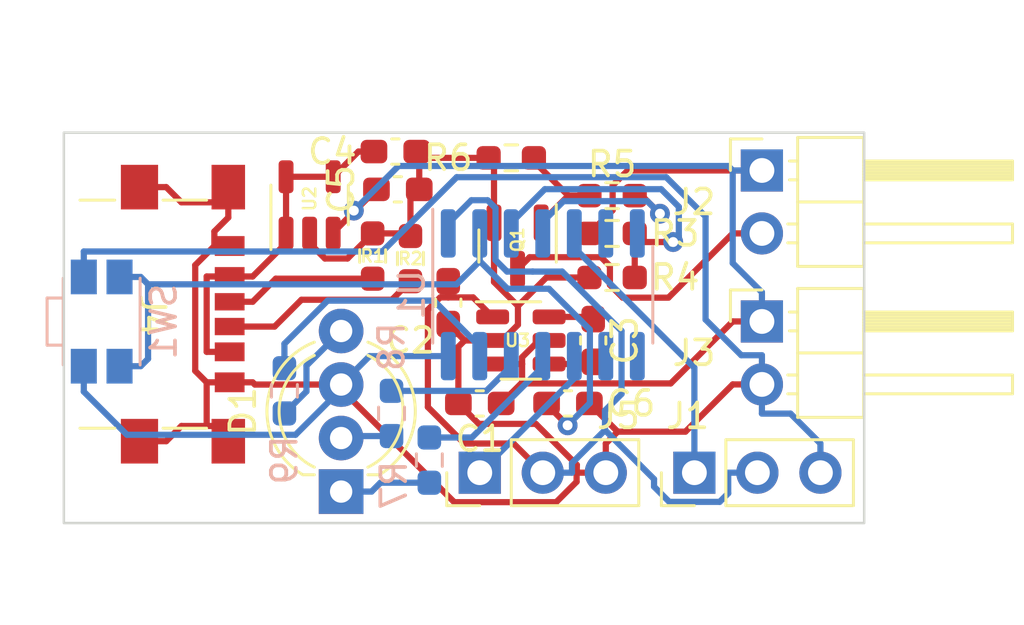
<source format=kicad_pcb>
(kicad_pcb (version 20221018) (generator pcbnew)
  (layers (0 "F.Cu" signal) (31 "B.Cu" signal) (34 "B.Paste" user) (35 "F.Paste" user) (36 "B.SilkS" user "B.Silkscreen") (37 "F.SilkS" user "F.Silkscreen") (38 "B.Mask" user) (39 "F.Mask" user) (44 "Edge.Cuts" user))
  (net 0 "")
  (net 1 "+BATT")
  (net 2 "GND")
  (net 3 "+3.3V")
  (net 4 "Net-(U3-CPUMP-)")
  (net 5 "Net-(U3-CPUMP+)")
  (net 6 "VBUS")
  (net 7 "Net-(J4-CC1)")
  (net 8 "Net-(J4-CC2)")
  (net 9 "Net-(J2-Pin_2)")
  (net 10 "Net-(Q1-G)")
  (net 11 "/BAT_VOLT")
  (net 12 "/GATE")
  (net 13 "/BUTTON")
  (net 14 "/PROG")
  (net 19 "/TEMP")
  (net 20 "/LED0")
  (net 21 "/LED1")
  (net 22 "/LED2")
  (net 23 "Net-(D1-RK)")
  (net 24 "Net-(D1-GK)")
  (net 25 "Net-(D1-BK)")
  (footprint "Capacitor_SMD:C_0603_1608Metric_Pad1.08x0.95mm_HandSolder" (layer "F.Cu") (at 138.938 97.028 90)
    (fp_text reference "C3" (at 0 1.27 90) (layer "F.SilkS"))
    (fp_text value "0.22u")
    (fp_line (start -0.146267 -0.51) (end 0.146267 -0.51) (stroke (width 0.12)) (layer "F.SilkS"))
    (fp_line (start -0.146267 0.51) (end 0.146267 0.51) (stroke (width 0.12)) (layer "F.SilkS"))
    (pad "1" smd roundrect (at -0.8625 0 90) (size 1.075 0.95) (layers "F.Cu" "F.Paste" "F.Mask") (net 4 "Net-(U3-CPUMP-)"))
    (pad "2" smd roundrect (at 0.8625 0 90) (size 1.075 0.95) (layers "F.Cu" "F.Paste" "F.Mask") (net 5 "Net-(U3-CPUMP+)"))
  )
  (footprint "Connector_USB:USB_C_Receptacle_GCT_USB4135-GF-A_6P_TopMnt_Horizontal" (layer "F.Cu") (at 121.2525 95.967 -90)
    (fp_text reference "J4" (at 0.045 0.0945 -90 unlocked) (layer "F.SilkS"))
    (fp_text value "USB_C_Receptacle_PowerOnly_6P")
    (fp_line (start -4.6 -2.1025) (end -4.6 -0.3475) (stroke (width 0.12)) (layer "F.SilkS"))
    (fp_line (start -4.6 1.6) (end -4.6 3) (stroke (width 0.12)) (layer "F.SilkS"))
    (fp_line (start 4.6 -2.1025) (end 4.6 -0.3475) (stroke (width 0.12)) (layer "F.SilkS"))
    (fp_line (start 4.6 1.6) (end 4.6 3) (stroke (width 0.12)) (layer "F.SilkS"))
    (pad "A5" smd rect (at -0.5 -3.0325 270) (size 0.7 1.2) (layers "F.Cu" "F.Paste" "F.Mask") (net 7 "Net-(J4-CC1)"))
    (pad "A9" smd rect (at 1.52 -3.0325 90) (size 0.76 1.2) (layers "F.Cu" "F.Paste" "F.Mask") (net 6 "VBUS"))
    (pad "A12" smd rect (at 2.75 -3.0325 90) (size 0.8 1.2) (layers "F.Cu" "F.Paste" "F.Mask") (net 2 "GND"))
    (pad "B5" smd rect (at 0.5 -3.0325 90) (size 0.7 1.2) (layers "F.Cu" "F.Paste" "F.Mask") (net 8 "Net-(J4-CC2)"))
    (pad "B9" smd rect (at -1.52 -3.0325 270) (size 0.76 1.2) (layers "F.Cu" "F.Paste" "F.Mask") (net 6 "VBUS"))
    (pad "B12" smd rect (at -2.75 -3.0325 270) (size 0.8 1.2) (layers "F.Cu" "F.Paste" "F.Mask") (net 2 "GND"))
    (pad "S1" smd rect (at -5.125 -2.9775 270) (size 1.8 1.35) (layers "F.Cu" "F.Paste" "F.Mask") (net 2 "GND"))
    (pad "S1" smd rect (at -5.125 0.6025 270) (size 1.8 1.5) (layers "F.Cu" "F.Paste" "F.Mask") (net 2 "GND"))
    (pad "S1" smd rect (at 5.125 -2.9775 270) (size 1.8 1.35) (layers "F.Cu" "F.Paste" "F.Mask") (net 2 "GND"))
    (pad "S1" smd rect (at 5.125 0.6025 270) (size 1.8 1.5) (layers "F.Cu" "F.Paste" "F.Mask") (net 2 "GND"))
  )
  (footprint "LED_THT:LED_D5.0mm-4_RGB_Wide_Pins" (layer "F.Cu") (at 128.778 103.124 90)
    (fp_text reference "D1" (at 3.2385 -3.96 90) (layer "F.SilkS"))
    (fp_text value "QBL8RGB60D0-2897")
    (fp_line (start 0.6785 -1.545) (end 0.6785 -1.08) (stroke (width 0.12)) (layer "F.SilkS"))
    (fp_line (start 0.6785 1.08) (end 0.6785 1.545) (stroke (width 0.12)) (layer "F.SilkS"))
    (fp_arc (start 0.6785 -1.54483) (mid 3.496956 -2.978809) (end 6.026315 -1.080827) (stroke (width 0.12)) (layer "F.SilkS"))
    (fp_arc (start 0.983816 -1.08) (mid 3.238262 -2.5) (end 5.492979 -1.080429) (stroke (width 0.12)) (layer "F.SilkS"))
    (fp_arc (start 5.492979 1.080429) (mid 3.238262 2.5) (end 0.983816 1.08) (stroke (width 0.12)) (layer "F.SilkS"))
    (fp_arc (start 6.026315 1.080827) (mid 3.496956 2.978808) (end 0.6785 1.54483) (stroke (width 0.12)) (layer "F.SilkS"))
    (pad "1" thru_hole rect (at 0 0 90) (size 1.8 1.8) (drill 0.9) (layers "*.Cu" "*.Mask") (net 23 "Net-(D1-RK)"))
    (pad "2" thru_hole circle (at 2.159 0 90) (size 1.8 1.8) (drill 0.9) (layers "*.Cu" "*.Mask") (net 24 "Net-(D1-GK)"))
    (pad "3" thru_hole circle (at 4.318 0 90) (size 1.8 1.8) (drill 0.9) (layers "*.Cu" "*.Mask") (net 2 "GND"))
    (pad "4" thru_hole circle (at 6.477 0 90) (size 1.8 1.8) (drill 0.9) (layers "*.Cu" "*.Mask") (net 25 "Net-(D1-BK)"))
  )
  (footprint "Capacitor_SMD:C_0603_1608Metric_Pad1.08x0.95mm_HandSolder" (layer "F.Cu") (at 137.922 99.568 180)
    (fp_text reference "C6" (at -2.54 0 180) (layer "F.SilkS"))
    (fp_text value "10n")
    (fp_line (start -0.146267 -0.51) (end 0.146267 -0.51) (stroke (width 0.12)) (layer "F.SilkS"))
    (fp_line (start -0.146267 0.51) (end 0.146267 0.51) (stroke (width 0.12)) (layer "F.SilkS"))
    (pad "1" smd roundrect (at -0.8625 0 180) (size 1.075 0.95) (layers "F.Cu" "F.Paste" "F.Mask") (net 2 "GND"))
    (pad "2" smd roundrect (at 0.8625 0 180) (size 1.075 0.95) (layers "F.Cu" "F.Paste" "F.Mask") (net 13 "/BUTTON"))
  )
  (footprint "Resistor_SMD:R_0603_1608Metric_Pad0.98x0.95mm_HandSolder" (layer "F.Cu") (at 135.636 89.662)
    (fp_text reference "R6" (at -2.54 0) (layer "F.SilkS"))
    (fp_text value "10k")
    (fp_line (start -0.254724 -0.5225) (end 0.254724 -0.5225) (stroke (width 0.12)) (layer "F.SilkS"))
    (fp_line (start -0.254724 0.5225) (end 0.254724 0.5225) (stroke (width 0.12)) (layer "F.SilkS"))
    (pad "1" smd roundrect (at -0.9125 0) (size 0.975 0.95) (layers "F.Cu" "F.Paste" "F.Mask") (net 2 "GND"))
    (pad "2" smd roundrect (at 0.9125 0) (size 0.975 0.95) (layers "F.Cu" "F.Paste" "F.Mask") (net 10 "Net-(Q1-G)"))
  )
  (footprint "Connector_PinHeader_2.54mm:PinHeader_1x02_P2.54mm_Horizontal" (layer "F.Cu") (at 145.739 90.17)
    (fp_text reference "J2" (at -2.737 1.275) (layer "F.SilkS"))
    (fp_text value "HEAT")
    (fp_line (start -1.27 -1.27) (end 0 -1.27) (stroke (width 0.12)) (layer "F.SilkS"))
    (fp_line (start -1.27 0) (end -1.27 -1.27) (stroke (width 0.12)) (layer "F.SilkS"))
    (fp_line (start 1.042929 2.16) (end 1.44 2.16) (stroke (width 0.12)) (layer "F.SilkS"))
    (fp_line (start 1.042929 2.92) (end 1.44 2.92) (stroke (width 0.12)) (layer "F.SilkS"))
    (fp_line (start 1.11 -0.38) (end 1.44 -0.38) (stroke (width 0.12)) (layer "F.SilkS"))
    (fp_line (start 1.11 0.38) (end 1.44 0.38) (stroke (width 0.12)) (layer "F.SilkS"))
    (fp_line (start 1.44 -1.33) (end 1.44 3.87) (stroke (width 0.12)) (layer "F.SilkS"))
    (fp_line (start 1.44 1.27) (end 4.1 1.27) (stroke (width 0.12)) (layer "F.SilkS"))
    (fp_line (start 1.44 3.87) (end 4.1 3.87) (stroke (width 0.12)) (layer "F.SilkS"))
    (fp_line (start 4.1 -1.33) (end 1.44 -1.33) (stroke (width 0.12)) (layer "F.SilkS"))
    (fp_line (start 4.1 -0.38) (end 10.1 -0.38) (stroke (width 0.12)) (layer "F.SilkS"))
    (fp_line (start 4.1 -0.32) (end 10.1 -0.32) (stroke (width 0.12)) (layer "F.SilkS"))
    (fp_line (start 4.1 -0.2) (end 10.1 -0.2) (stroke (width 0.12)) (layer "F.SilkS"))
    (fp_line (start 4.1 -0.08) (end 10.1 -0.08) (stroke (width 0.12)) (layer "F.SilkS"))
    (fp_line (start 4.1 0.04) (end 10.1 0.04) (stroke (width 0.12)) (layer "F.SilkS"))
    (fp_line (start 4.1 0.16) (end 10.1 0.16) (stroke (width 0.12)) (layer "F.SilkS"))
    (fp_line (start 4.1 0.28) (end 10.1 0.28) (stroke (width 0.12)) (layer "F.SilkS"))
    (fp_line (start 4.1 2.16) (end 10.1 2.16) (stroke (width 0.12)) (layer "F.SilkS"))
    (fp_line (start 4.1 3.87) (end 4.1 -1.33) (stroke (width 0.12)) (layer "F.SilkS"))
    (fp_line (start 10.1 -0.38) (end 10.1 0.38) (stroke (width 0.12)) (layer "F.SilkS"))
    (fp_line (start 10.1 0.38) (end 4.1 0.38) (stroke (width 0.12)) (layer "F.SilkS"))
    (fp_line (start 10.1 2.16) (end 10.1 2.92) (stroke (width 0.12)) (layer "F.SilkS"))
    (fp_line (start 10.1 2.92) (end 4.1 2.92) (stroke (width 0.12)) (layer "F.SilkS"))
    (pad "1" thru_hole rect (at 0 0) (size 1.7 1.7) (drill 1) (layers "*.Cu" "*.Mask") (net 1 "+BATT"))
    (pad "2" thru_hole oval (at 0 2.54) (size 1.7 1.7) (drill 1) (layers "*.Cu" "*.Mask") (net 9 "Net-(J2-Pin_2)"))
  )
  (footprint "Resistor_SMD:R_0603_1608Metric_Pad0.98x0.95mm_HandSolder" (layer "F.Cu") (at 131.572 93.726 90)
    (fp_text reference "R2" (at 0 0) (layer "F.SilkS") (effects (font (size 0.5 0.5) (thickness 0.1) bold)))
    (fp_text value "5.1k")
    (fp_line (start -0.254724 -0.5225) (end 0.254724 -0.5225) (stroke (width 0.12)) (layer "F.SilkS"))
    (fp_line (start -0.254724 0.5225) (end 0.254724 0.5225) (stroke (width 0.12)) (layer "F.SilkS"))
    (pad "1" smd roundrect (at -0.9125 0 90) (size 0.975 0.95) (layers "F.Cu" "F.Paste" "F.Mask") (net 8 "Net-(J4-CC2)"))
    (pad "2" smd roundrect (at 0.9125 0 90) (size 0.975 0.95) (layers "F.Cu" "F.Paste" "F.Mask") (net 2 "GND"))
  )
  (footprint "Package_TO_SOT_SMD:TSOT-23-6" (layer "F.Cu") (at 136.0225 97.028)
    (fp_text reference "U3" (at -0.1325 0) (layer "F.SilkS") (effects (font (size 0.5 0.5) (thickness 0.1) bold)))
    (fp_text value "REG710NA-3.3/3K")
    (fp_line (start 0 -1.56) (end -1.8 -1.56) (stroke (width 0.12)) (layer "F.SilkS"))
    (fp_line (start 0 -1.56) (end 0.8 -1.56) (stroke (width 0.12)) (layer "F.SilkS"))
    (fp_line (start 0 1.56) (end -0.8 1.56) (stroke (width 0.12)) (layer "F.SilkS"))
    (fp_line (start 0 1.56) (end 0.8 1.56) (stroke (width 0.12)) (layer "F.SilkS"))
    (pad "1" smd roundrect (at -1.1375 -0.95) (size 1.325 0.6) (layers "F.Cu" "F.Paste" "F.Mask") (net 3 "+3.3V"))
    (pad "2" smd roundrect (at -1.1375 0) (size 1.325 0.6) (layers "F.Cu" "F.Paste" "F.Mask") (net 2 "GND"))
    (pad "3" smd roundrect (at -1.1375 0.95) (size 1.325 0.6) (layers "F.Cu" "F.Paste" "F.Mask") (net 1 "+BATT"))
    (pad "4" smd roundrect (at 1.1375 0.95) (size 1.325 0.6) (layers "F.Cu" "F.Paste" "F.Mask") (net 4 "Net-(U3-CPUMP-)"))
    (pad "5" smd roundrect (at 1.1375 0) (size 1.325 0.6) (layers "F.Cu" "F.Paste" "F.Mask") (net 1 "+BATT"))
    (pad "6" smd roundrect (at 1.1375 -0.95) (size 1.325 0.6) (layers "F.Cu" "F.Paste" "F.Mask") (net 5 "Net-(U3-CPUMP+)"))
  )
  (footprint "Package_TO_SOT_SMD:SOT-23-5" (layer "F.Cu") (at 127.508 91.5615 90)
    (fp_text reference "U2" (at 0.254 0 90) (layer "F.SilkS") (effects (font (size 0.5 0.5) (thickness 0.1) bold)))
    (fp_text value "MCP73811T-420I-OT")
    (fp_line (start 0 -1.56) (end -1.8 -1.56) (stroke (width 0.12)) (layer "F.SilkS"))
    (fp_line (start 0 -1.56) (end 0.8 -1.56) (stroke (width 0.12)) (layer "F.SilkS"))
    (fp_line (start 0 1.56) (end -0.8 1.56) (stroke (width 0.12)) (layer "F.SilkS"))
    (fp_line (start 0 1.56) (end 0.8 1.56) (stroke (width 0.12)) (layer "F.SilkS"))
    (pad "1" smd roundrect (at -1.1375 -0.95 90) (size 1.325 0.6) (layers "F.Cu" "F.Paste" "F.Mask") (net 6 "VBUS"))
    (pad "2" smd roundrect (at -1.1375 0 90) (size 1.325 0.6) (layers "F.Cu" "F.Paste" "F.Mask") (net 2 "GND"))
    (pad "3" smd roundrect (at -1.1375 0.95 90) (size 1.325 0.6) (layers "F.Cu" "F.Paste" "F.Mask") (net 1 "+BATT"))
    (pad "4" smd roundrect (at 1.1375 0.95 90) (size 1.325 0.6) (layers "F.Cu" "F.Paste" "F.Mask") (net 6 "VBUS"))
    (pad "5" smd roundrect (at 1.1375 -0.95 90) (size 1.325 0.6) (layers "F.Cu" "F.Paste" "F.Mask") (net 6 "VBUS"))
  )
  (footprint "Capacitor_SMD:C_0603_1608Metric_Pad1.08x0.95mm_HandSolder" (layer "F.Cu") (at 130.9635 89.408)
    (fp_text reference "C4" (at -2.54 0) (layer "F.SilkS"))
    (fp_text value "1u")
    (fp_line (start -0.146267 -0.51) (end 0.146267 -0.51) (stroke (width 0.12)) (layer "F.SilkS"))
    (fp_line (start -0.146267 0.51) (end 0.146267 0.51) (stroke (width 0.12)) (layer "F.SilkS"))
    (pad "1" smd roundrect (at -0.8625 0) (size 1.075 0.95) (layers "F.Cu" "F.Paste" "F.Mask") (net 6 "VBUS"))
    (pad "2" smd roundrect (at 0.8625 0) (size 1.075 0.95) (layers "F.Cu" "F.Paste" "F.Mask") (net 2 "GND"))
  )
  (footprint "Connector_PinHeader_2.54mm:PinHeader_1x03_P2.54mm_Vertical" (layer "F.Cu") (at 143.017 102.362 90)
    (fp_text reference "J1" (at 2.286 -0.269 180) (layer "F.SilkS"))
    (fp_text value "TEMP")
    (fp_line (start -1.33 -1.33) (end 0 -1.33) (stroke (width 0.12)) (layer "F.SilkS"))
    (fp_line (start -1.33 0) (end -1.33 -1.33) (stroke (width 0.12)) (layer "F.SilkS"))
    (fp_line (start -1.33 1.27) (end -1.33 6.41) (stroke (width 0.12)) (layer "F.SilkS"))
    (fp_line (start -1.33 1.27) (end 1.33 1.27) (stroke (width 0.12)) (layer "F.SilkS"))
    (fp_line (start -1.33 6.41) (end 1.33 6.41) (stroke (width 0.12)) (layer "F.SilkS"))
    (fp_line (start 1.33 1.27) (end 1.33 6.41) (stroke (width 0.12)) (layer "F.SilkS"))
    (pad "1" thru_hole rect (at 0 0 90) (size 1.7 1.7) (drill 1) (layers "*.Cu" "*.Mask") (net 19 "/TEMP"))
    (pad "2" thru_hole oval (at 0 2.54 90) (size 1.7 1.7) (drill 1) (layers "*.Cu" "*.Mask") (net 3 "+3.3V"))
    (pad "3" thru_hole oval (at 0 5.08 90) (size 1.7 1.7) (drill 1) (layers "*.Cu" "*.Mask") (net 2 "GND"))
  )
  (footprint "Capacitor_SMD:C_0603_1608Metric_Pad1.08x0.95mm_HandSolder" (layer "F.Cu") (at 133.096 95.504 -90)
    (fp_text reference "C2" (at 1.524 1.524 -180) (layer "F.SilkS"))
    (fp_text value "2.2u")
    (fp_line (start -0.146267 -0.51) (end 0.146267 -0.51) (stroke (width 0.12)) (layer "F.SilkS"))
    (fp_line (start -0.146267 0.51) (end 0.146267 0.51) (stroke (width 0.12)) (layer "F.SilkS"))
    (pad "1" smd roundrect (at -0.8625 0 270) (size 1.075 0.95) (layers "F.Cu" "F.Paste" "F.Mask") (net 3 "+3.3V"))
    (pad "2" smd roundrect (at 0.8625 0 270) (size 1.075 0.95) (layers "F.Cu" "F.Paste" "F.Mask") (net 2 "GND"))
  )
  (footprint "Package_TO_SOT_SMD:SOT-23" (layer "F.Cu") (at 135.89 93.218 -90)
    (fp_text reference "Q1" (at -0.254 0 90) (layer "F.SilkS") (effects (font (size 0.5 0.5) (thickness 0.1) bold)))
    (fp_text value "DMN2024U-7")
    (fp_line (start 0 -1.56) (end -1.675 -1.56) (stroke (width 0.12)) (layer "F.SilkS"))
    (fp_line (start 0 -1.56) (end 0.65 -1.56) (stroke (width 0.12)) (layer "F.SilkS"))
    (fp_line (start 0 1.56) (end -0.65 1.56) (stroke (width 0.12)) (layer "F.SilkS"))
    (fp_line (start 0 1.56) (end 0.65 1.56) (stroke (width 0.12)) (layer "F.SilkS"))
    (pad "1" smd roundrect (at -0.9375 -0.95 270) (size 1.475 0.6) (layers "F.Cu" "F.Paste" "F.Mask") (net 10 "Net-(Q1-G)"))
    (pad "2" smd roundrect (at -0.9375 0.95 270) (size 1.475 0.6) (layers "F.Cu" "F.Paste" "F.Mask") (net 2 "GND"))
    (pad "3" smd roundrect (at 0.9375 0 270) (size 1.475 0.6) (layers "F.Cu" "F.Paste" "F.Mask") (net 9 "Net-(J2-Pin_2)"))
  )
  (footprint "Resistor_SMD:R_0603_1608Metric_Pad0.98x0.95mm_HandSolder" (layer "F.Cu") (at 139.7 91.186 180)
    (fp_text reference "R5" (at 0 1.27) (layer "F.SilkS"))
    (fp_text value "100")
    (fp_line (start -0.254724 -0.5225) (end 0.254724 -0.5225) (stroke (width 0.12)) (layer "F.SilkS"))
    (fp_line (start -0.254724 0.5225) (end 0.254724 0.5225) (stroke (width 0.12)) (layer "F.SilkS"))
    (pad "1" smd roundrect (at -0.9125 0 180) (size 0.975 0.95) (layers "F.Cu" "F.Paste" "F.Mask") (net 12 "/GATE"))
    (pad "2" smd roundrect (at 0.9125 0 180) (size 0.975 0.95) (layers "F.Cu" "F.Paste" "F.Mask") (net 10 "Net-(Q1-G)"))
  )
  (footprint "Connector_PinHeader_2.54mm:PinHeader_1x02_P2.54mm_Horizontal" (layer "F.Cu") (at 145.739 96.261)
    (fp_text reference "J3" (at -2.737 1.27) (layer "F.SilkS"))
    (fp_text value "BATT")
    (fp_line (start -1.27 -1.27) (end 0 -1.27) (stroke (width 0.12)) (layer "F.SilkS"))
    (fp_line (start -1.27 0) (end -1.27 -1.27) (stroke (width 0.12)) (layer "F.SilkS"))
    (fp_line (start 1.042929 2.16) (end 1.44 2.16) (stroke (width 0.12)) (layer "F.SilkS"))
    (fp_line (start 1.042929 2.92) (end 1.44 2.92) (stroke (width 0.12)) (layer "F.SilkS"))
    (fp_line (start 1.11 -0.38) (end 1.44 -0.38) (stroke (width 0.12)) (layer "F.SilkS"))
    (fp_line (start 1.11 0.38) (end 1.44 0.38) (stroke (width 0.12)) (layer "F.SilkS"))
    (fp_line (start 1.44 -1.33) (end 1.44 3.87) (stroke (width 0.12)) (layer "F.SilkS"))
    (fp_line (start 1.44 1.27) (end 4.1 1.27) (stroke (width 0.12)) (layer "F.SilkS"))
    (fp_line (start 1.44 3.87) (end 4.1 3.87) (stroke (width 0.12)) (layer "F.SilkS"))
    (fp_line (start 4.1 -1.33) (end 1.44 -1.33) (stroke (width 0.12)) (layer "F.SilkS"))
    (fp_line (start 4.1 -0.38) (end 10.1 -0.38) (stroke (width 0.12)) (layer "F.SilkS"))
    (fp_line (start 4.1 -0.32) (end 10.1 -0.32) (stroke (width 0.12)) (layer "F.SilkS"))
    (fp_line (start 4.1 -0.2) (end 10.1 -0.2) (stroke (width 0.12)) (layer "F.SilkS"))
    (fp_line (start 4.1 -0.08) (end 10.1 -0.08) (stroke (width 0.12)) (layer "F.SilkS"))
    (fp_line (start 4.1 0.04) (end 10.1 0.04) (stroke (width 0.12)) (layer "F.SilkS"))
    (fp_line (start 4.1 0.16) (end 10.1 0.16) (stroke (width 0.12)) (layer "F.SilkS"))
    (fp_line (start 4.1 0.28) (end 10.1 0.28) (stroke (width 0.12)) (layer "F.SilkS"))
    (fp_line (start 4.1 2.16) (end 10.1 2.16) (stroke (width 0.12)) (layer "F.SilkS"))
    (fp_line (start 4.1 3.87) (end 4.1 -1.33) (stroke (width 0.12)) (layer "F.SilkS"))
    (fp_line (start 10.1 -0.38) (end 10.1 0.38) (stroke (width 0.12)) (layer "F.SilkS"))
    (fp_line (start 10.1 0.38) (end 4.1 0.38) (stroke (width 0.12)) (layer "F.SilkS"))
    (fp_line (start 10.1 2.16) (end 10.1 2.92) (stroke (width 0.12)) (layer "F.SilkS"))
    (fp_line (start 10.1 2.92) (end 4.1 2.92) (stroke (width 0.12)) (layer "F.SilkS"))
    (pad "1" thru_hole rect (at 0 0) (size 1.7 1.7) (drill 1) (layers "*.Cu" "*.Mask") (net 1 "+BATT"))
    (pad "2" thru_hole oval (at 0 2.54) (size 1.7 1.7) (drill 1) (layers "*.Cu" "*.Mask") (net 2 "GND"))
  )
  (footprint "Capacitor_SMD:C_0603_1608Metric_Pad1.08x0.95mm_HandSolder" (layer "F.Cu") (at 131.064 90.932)
    (fp_text reference "C5" (at -2.286 0 90) (layer "F.SilkS"))
    (fp_text value "1u")
    (fp_line (start -0.146267 -0.51) (end 0.146267 -0.51) (stroke (width 0.12)) (layer "F.SilkS"))
    (fp_line (start -0.146267 0.51) (end 0.146267 0.51) (stroke (width 0.12)) (layer "F.SilkS"))
    (pad "1" smd roundrect (at -0.8625 0) (size 1.075 0.95) (layers "F.Cu" "F.Paste" "F.Mask") (net 1 "+BATT"))
    (pad "2" smd roundrect (at 0.8625 0) (size 1.075 0.95) (layers "F.Cu" "F.Paste" "F.Mask") (net 2 "GND"))
  )
  (footprint "Resistor_SMD:R_0603_1608Metric_Pad0.98x0.95mm_HandSolder" (layer "F.Cu") (at 139.7 94.488 180)
    (fp_text reference "R4" (at -2.54 0) (layer "F.SilkS"))
    (fp_text value "100k")
    (fp_line (start -0.254724 -0.5225) (end 0.254724 -0.5225) (stroke (width 0.12)) (layer "F.SilkS"))
    (fp_line (start -0.254724 0.5225) (end 0.254724 0.5225) (stroke (width 0.12)) (layer "F.SilkS"))
    (pad "1" smd roundrect (at -0.9125 0 180) (size 0.975 0.95) (layers "F.Cu" "F.Paste" "F.Mask") (net 11 "/BAT_VOLT"))
    (pad "2" smd roundrect (at 0.9125 0 180) (size 0.975 0.95) (layers "F.Cu" "F.Paste" "F.Mask") (net 2 "GND"))
  )
  (footprint "Capacitor_SMD:C_0603_1608Metric_Pad1.08x0.95mm_HandSolder" (layer "F.Cu") (at 134.366 99.568 180)
    (fp_text reference "C1" (at 0 -1.43) (layer "F.SilkS"))
    (fp_text value "2.2u")
    (fp_line (start -0.146267 -0.51) (end 0.146267 -0.51) (stroke (width 0.12)) (layer "F.SilkS"))
    (fp_line (start -0.146267 0.51) (end 0.146267 0.51) (stroke (width 0.12)) (layer "F.SilkS"))
    (pad "1" smd roundrect (at -0.8625 0 180) (size 1.075 0.95) (layers "F.Cu" "F.Paste" "F.Mask") (net 1 "+BATT"))
    (pad "2" smd roundrect (at 0.8625 0 180) (size 1.075 0.95) (layers "F.Cu" "F.Paste" "F.Mask") (net 2 "GND"))
  )
  (footprint "Resistor_SMD:R_0603_1608Metric_Pad0.98x0.95mm_HandSolder" (layer "F.Cu") (at 139.7 92.71)
    (fp_text reference "R3" (at 2.54 0) (layer "F.SilkS"))
    (fp_text value "100k")
    (fp_line (start -0.254724 -0.5225) (end 0.254724 -0.5225) (stroke (width 0.12)) (layer "F.SilkS"))
    (fp_line (start -0.254724 0.5225) (end 0.254724 0.5225) (stroke (width 0.12)) (layer "F.SilkS"))
    (pad "1" smd roundrect (at -0.9125 0) (size 0.975 0.95) (layers "F.Cu" "F.Paste" "F.Mask") (net 1 "+BATT"))
    (pad "2" smd roundrect (at 0.9125 0) (size 0.975 0.95) (layers "F.Cu" "F.Paste" "F.Mask") (net 11 "/BAT_VOLT"))
  )
  (footprint "Resistor_SMD:R_0603_1608Metric_Pad0.98x0.95mm_HandSolder" (layer "F.Cu") (at 130.048 93.6225 90)
    (fp_text reference "R1" (at 0 0) (layer "F.SilkS") (effects (font (size 0.5 0.5) (thickness 0.1) bold)))
    (fp_text value "5.1k")
    (fp_line (start -0.254724 -0.5225) (end 0.254724 -0.5225) (stroke (width 0.12)) (layer "F.SilkS"))
    (fp_line (start -0.254724 0.5225) (end 0.254724 0.5225) (stroke (width 0.12)) (layer "F.SilkS"))
    (pad "1" smd roundrect (at -0.9125 0 90) (size 0.975 0.95) (layers "F.Cu" "F.Paste" "F.Mask") (net 7 "Net-(J4-CC1)"))
    (pad "2" smd roundrect (at 0.9125 0 90) (size 0.975 0.95) (layers "F.Cu" "F.Paste" "F.Mask") (net 2 "GND"))
  )
  (footprint "Connector_PinHeader_2.54mm:PinHeader_1x03_P2.54mm_Vertical" (layer "F.Cu") (at 134.366 102.362 90)
    (fp_text reference "J5" (at 2.286 5.588 180) (layer "F.SilkS"))
    (fp_text value "PROG")
    (fp_line (start -1.33 -1.33) (end 0 -1.33) (stroke (width 0.12)) (layer "F.SilkS"))
    (fp_line (start -1.33 0) (end -1.33 -1.33) (stroke (width 0.12)) (layer "F.SilkS"))
    (fp_line (start -1.33 1.27) (end -1.33 6.41) (stroke (width 0.12)) (layer "F.SilkS"))
    (fp_line (start -1.33 1.27) (end 1.33 1.27) (stroke (width 0.12)) (layer "F.SilkS"))
    (fp_line (start -1.33 6.41) (end 1.33 6.41) (stroke (width 0.12)) (layer "F.SilkS"))
    (fp_line (start 1.33 1.27) (end 1.33 6.41) (stroke (width 0.12)) (layer "F.SilkS"))
    (pad "1" thru_hole rect (at 0 0 90) (size 1.7 1.7) (drill 1) (layers "*.Cu" "*.Mask") (net 14 "/PROG"))
    (pad "2" thru_hole oval (at 0 2.54 90) (size 1.7 1.7) (drill 1) (layers "*.Cu" "*.Mask") (net 3 "+3.3V"))
    (pad "3" thru_hole oval (at 0 5.08 90) (size 1.7 1.7) (drill 1) (layers "*.Cu" "*.Mask") (net 2 "GND"))
  )
  (footprint "Button_Switch_SMD:SW_SPST_EVQP7C" (layer "B.Cu") (at 119.126 96.266 90)
    (fp_text reference "SW1" (at 0 2.5 90) (layer "B.SilkS") (effects (justify mirror)))
    (fp_text value "SW_Push")
    (fp_line (start -1.75 1.55) (end 1.75 1.55) (stroke (width 0.12)) (layer "B.SilkS"))
    (fp_line (start -0.95 -2.2) (end -0.95 -1.55) (stroke (width 0.12)) (layer "B.SilkS"))
    (fp_line (start 0.95 -2.2) (end -0.95 -2.2) (stroke (width 0.12)) (layer "B.SilkS"))
    (fp_line (start 0.95 -1.55) (end 0.95 -2.2) (stroke (width 0.12)) (layer "B.SilkS"))
    (fp_line (start 1.75 -1.55) (end -1.75 -1.55) (stroke (width 0.12)) (layer "B.SilkS"))
    (pad "" np_thru_hole circle (at 0 -0.9 90) (size 0.7 0.7) (drill 0.7) (layers "*.Cu" "*.Mask"))
    (pad "" np_thru_hole circle (at 0 0.9 90) (size 0.7 0.7) (drill 0.7) (layers "*.Cu" "*.Mask"))
    (pad "1" smd rect (at -1.8 0.72 90) (size 1.4 1.05) (layers "B.Cu" "B.Paste" "B.Mask") (net 13 "/BUTTON"))
    (pad "1" smd rect (at 1.8 0.72 90) (size 1.4 1.05) (layers "B.Cu" "B.Paste" "B.Mask") (net 13 "/BUTTON"))
    (pad "2" smd rect (at -1.8 -0.72 90) (size 1.4 1.05) (layers "B.Cu" "B.Paste" "B.Mask") (net 2 "GND"))
    (pad "2" smd rect (at 1.8 -0.72 90) (size 1.4 1.05) (layers "B.Cu" "B.Paste" "B.Mask") (net 2 "GND"))
  )
  (footprint "Package_SO:SOIC-14_3.9x8.7mm_P1.27mm" (layer "B.Cu") (at 136.906 95.185 -90)
    (fp_text reference "U1" (at 0 5.28 90) (layer "B.SilkS") (effects (justify mirror)))
    (fp_text value "ATtiny204-SS")
    (fp_line (start 0 -4.435) (end -1.95 -4.435) (stroke (width 0.12)) (layer "B.SilkS"))
    (fp_line (start 0 -4.435) (end 1.95 -4.435) (stroke (width 0.12)) (layer "B.SilkS"))
    (fp_line (start 0 4.435) (end -3.45 4.435) (stroke (width 0.12)) (layer "B.SilkS"))
    (fp_line (start 0 4.435) (end 1.95 4.435) (stroke (width 0.12)) (layer "B.SilkS"))
    (pad "1" smd roundrect (at -2.475 3.81 270) (size 1.95 0.6) (layers "B.Cu" "B.Paste" "B.Mask") (net 3 "+3.3V"))
    (pad "2" smd roundrect (at -2.475 2.54 270) (size 1.95 0.6) (layers "B.Cu" "B.Paste" "B.Mask") (net 13 "/BUTTON"))
    (pad "3" smd roundrect (at -2.475 1.27 270) (size 1.95 0.6) (layers "B.Cu" "B.Paste" "B.Mask") (net 11 "/BAT_VOLT"))
    (pad "4" smd roundrect (at -2.475 0 270) (size 1.95 0.6) (layers "B.Cu" "B.Paste" "B.Mask") (net 12 "/GATE"))
    (pad "5" smd roundrect (at -2.475 -1.27 270) (size 1.95 0.6) (layers "B.Cu" "B.Paste" "B.Mask") (net 19 "/TEMP"))
    (pad "6" smd roundrect (at -2.475 -2.54 270) (size 1.95 0.6) (layers "B.Cu" "B.Paste" "B.Mask"))
    (pad "7" smd roundrect (at -2.475 -3.81 270) (size 1.95 0.6) (layers "B.Cu" "B.Paste" "B.Mask"))
    (pad "8" smd roundrect (at 2.475 -3.81 270) (size 1.95 0.6) (layers "B.Cu" "B.Paste" "B.Mask"))
    (pad "9" smd roundrect (at 2.475 -2.54 270) (size 1.95 0.6) (layers "B.Cu" "B.Paste" "B.Mask"))
    (pad "10" smd roundrect (at 2.475 -1.27 270) (size 1.95 0.6) (layers "B.Cu" "B.Paste" "B.Mask") (net 14 "/PROG"))
    (pad "11" smd roundrect (at 2.475 0 270) (size 1.95 0.6) (layers "B.Cu" "B.Paste" "B.Mask") (net 20 "/LED0"))
    (pad "12" smd roundrect (at 2.475 1.27 270) (size 1.95 0.6) (layers "B.Cu" "B.Paste" "B.Mask") (net 21 "/LED1"))
    (pad "13" smd roundrect (at 2.475 2.54 270) (size 1.95 0.6) (layers "B.Cu" "B.Paste" "B.Mask") (net 22 "/LED2"))
    (pad "14" smd roundrect (at 2.475 3.81 270) (size 1.95 0.6) (layers "B.Cu" "B.Paste" "B.Mask") (net 2 "GND"))
  )
  (footprint "Resistor_SMD:R_0603_1608Metric_Pad0.98x0.95mm_HandSolder" (layer "B.Cu") (at 126.492 99.06 -90)
    (fp_text reference "R9" (at 2.794 0 90) (layer "B.SilkS") (effects (justify mirror)))
    (fp_text value "5")
    (fp_line (start -0.254724 -0.5225) (end 0.254724 -0.5225) (stroke (width 0.12)) (layer "B.SilkS"))
    (fp_line (start -0.254724 0.5225) (end 0.254724 0.5225) (stroke (width 0.12)) (layer "B.SilkS"))
    (pad "1" smd roundrect (at -0.9125 0 270) (size 0.975 0.95) (layers "B.Cu" "B.Paste" "B.Mask") (net 22 "/LED2"))
    (pad "2" smd roundrect (at 0.9125 0 270) (size 0.975 0.95) (layers "B.Cu" "B.Paste" "B.Mask") (net 25 "Net-(D1-BK)"))
  )
  (footprint "Resistor_SMD:R_0603_1608Metric_Pad0.98x0.95mm_HandSolder" (layer "B.Cu") (at 130.81 99.9725 -90)
    (fp_text reference "R8" (at -2.6905 0 90) (layer "B.SilkS") (effects (justify mirror)))
    (fp_text value "5")
    (fp_line (start -0.254724 -0.5225) (end 0.254724 -0.5225) (stroke (width 0.12)) (layer "B.SilkS"))
    (fp_line (start -0.254724 0.5225) (end 0.254724 0.5225) (stroke (width 0.12)) (layer "B.SilkS"))
    (pad "1" smd roundrect (at -0.9125 0 270) (size 0.975 0.95) (layers "B.Cu" "B.Paste" "B.Mask") (net 21 "/LED1"))
    (pad "2" smd roundrect (at 0.9125 0 270) (size 0.975 0.95) (layers "B.Cu" "B.Paste" "B.Mask") (net 24 "Net-(D1-GK)"))
  )
  (footprint "Resistor_SMD:R_0603_1608Metric_Pad0.98x0.95mm_HandSolder" (layer "B.Cu") (at 132.334 101.854 -90)
    (fp_text reference "R7" (at 1.016 1.43 90) (layer "B.SilkS") (effects (justify mirror)))
    (fp_text value "55")
    (fp_line (start -0.254724 -0.5225) (end 0.254724 -0.5225) (stroke (width 0.12)) (layer "B.SilkS"))
    (fp_line (start -0.254724 0.5225) (end 0.254724 0.5225) (stroke (width 0.12)) (layer "B.SilkS"))
    (pad "1" smd roundrect (at -0.9125 0 270) (size 0.975 0.95) (layers "B.Cu" "B.Paste" "B.Mask") (net 20 "/LED0"))
    (pad "2" smd roundrect (at 0.9125 0 270) (size 0.975 0.95) (layers "B.Cu" "B.Paste" "B.Mask") (net 23 "Net-(D1-RK)"))
  )
  (gr_rect (start 117.602 88.646) (end 149.86 104.394) (stroke (width 0.1)) (fill none) (layer "Edge.Cuts"))
  (segment (start 136.0721 98.6428) (end 136.1129 98.6836) (width 0.25) (layer "F.Cu") (net 1))
  (segment (start 140.328 90.17) (end 139.7217 90.7763) (width 0.25) (layer "F.Cu") (net 1))
  (segment (start 136.1898 98.7605) (end 136.1129 98.6836) (width 0.25) (layer "F.Cu") (net 1))
  (segment (start 139.7217 90.7763) (end 139.7217 91.7758) (width 0.25) (layer "F.Cu") (net 1))
  (segment (start 139.7217 91.7758) (end 138.7875 92.71) (width 0.25) (layer "F.Cu") (net 1))
  (segment (start 129.3172 91.8163) (end 130.2015 90.932) (width 0.25) (layer "F.Cu") (net 1))
  (segment (start 136.1129 98.6836) (end 135.2285 99.568) (width 0.25) (layer "F.Cu") (net 1))
  (segment (start 136.0721 97.978) (end 134.885 97.978) (width 0.25) (layer "F.Cu") (net 1))
  (segment (start 129.3172 91.8163) (end 129.2902 91.7894) (width 0.25) (layer "F.Cu") (net 1))
  (segment (start 145.739 90.17) (end 140.328 90.17) (width 0.25) (layer "F.Cu") (net 1))
  (segment (start 128.458 92.699) (end 128.458 92.6755) (width 0.25) (layer "F.Cu") (net 1))
  (segment (start 144.5621 96.261) (end 142.0626 98.7605) (width 0.25) (layer "F.Cu") (net 1))
  (segment (start 136.0721 97.978) (end 136.0721 98.6428) (width 0.25) (layer "F.Cu") (net 1))
  (segment (start 145.739 96.261) (end 144.5621 96.261) (width 0.25) (layer "F.Cu") (net 1))
  (segment (start 136.0721 97.705) (end 136.0721 97.978) (width 0.25) (layer "F.Cu") (net 1))
  (segment (start 142.0626 98.7605) (end 136.1898 98.7605) (width 0.25) (layer "F.Cu") (net 1))
  (segment (start 137.16 97.028) (end 136.7491 97.028) (width 0.25) (layer "F.Cu") (net 1))
  (segment (start 136.7491 97.028) (end 136.0721 97.705) (width 0.25) (layer "F.Cu") (net 1))
  (segment (start 128.458 92.6755) (end 129.3172 91.8163) (width 0.25) (layer "F.Cu") (net 1))
  (via (at 129.2902 91.7894) (size 0.8) (drill 0.4) (layers "F.Cu" "B.Cu") (net 1))
  (segment (start 144.5621 93.9072) (end 144.5621 90.17) (width 0.25) (layer "B.Cu") (net 1))
  (segment (start 144.3811 89.989) (end 131.0906 89.989) (width 0.25) (layer "B.Cu") (net 1))
  (segment (start 145.739 90.17) (end 144.5621 90.17) (width 0.25) (layer "B.Cu") (net 1))
  (segment (start 145.739 95.0841) (end 144.5621 93.9072) (width 0.25) (layer "B.Cu") (net 1))
  (segment (start 131.0906 89.989) (end 129.2902 91.7894) (width 0.25) (layer "B.Cu") (net 1))
  (segment (start 144.5621 90.17) (end 144.3811 89.989) (width 0.25) (layer "B.Cu") (net 1))
  (segment (start 145.739 96.261) (end 145.739 95.0841) (width 0.25) (layer "B.Cu") (net 1))
  (segment (start 129.0368 93.7212) (end 130.048 92.71) (width 0.25) (layer "F.Cu") (net 2))
  (segment (start 123.3581 100.4785) (end 122.3404 100.4785) (width 0.25) (layer "F.Cu") (net 2))
  (segment (start 124.285 93.217) (end 123.6682 93.217) (width 0.25) (layer "F.Cu") (net 2))
  (segment (start 138.2691 102.7278) (end 138.2691 102.3717) (width 0.25) (layer "F.Cu") (net 2))
  (segment (start 130.048 92.71) (end 131.572 92.71) (width 0.25) (layer "F.Cu") (net 2))
  (segment (start 131.572 92.71) (end 131.572 91.2865) (width 0.25) (layer "F.Cu") (net 2))
  (segment (start 135.9051 95.6347) (end 135.9051 96.3964) (width 0.25) (layer "F.Cu") (net 2))
  (segment (start 124.23 91.4554) (end 124.23 92.0689) (width 0.25) (layer "F.Cu") (net 2))
  (segment (start 131.9265 89.662) (end 134.7235 89.662) (width 0.25) (layer "F.Cu") (net 2))
  (segment (start 133.5035 99.568) (end 134.3282 100.3927) (width 0.25) (layer "F.Cu") (net 2))
  (segment (start 134.3282 100.3927) (end 136.6248 100.3927) (width 0.25) (layer "F.Cu") (net 2))
  (segment (start 137.0518 94.488) (end 135.9051 95.6347) (width 0.25) (layer "F.Cu") (net 2))
  (segment (start 139.9237 100.7074) (end 139.446 101.1851) (width 0.25) (layer "F.Cu") (net 2))
  (segment (start 123.6682 93.217) (end 123.6682 92.6307) (width 0.25) (layer "F.Cu") (net 2))
  (segment (start 139.9237 100.7072) (end 139.9237 100.7074) (width 0.25) (layer "F.Cu") (net 2))
  (segment (start 139.446 102.362) (end 138.2788 102.362) (width 0.25) (layer "F.Cu") (net 2))
  (segment (start 120.65 90.842) (end 121.7269 90.842) (width 0.25) (layer "F.Cu") (net 2))
  (segment (start 138.2691 102.3717) (end 138.2788 102.362) (width 0.25) (layer "F.Cu") (net 2))
  (segment (start 145.739 98.801) (end 144.5621 98.801) (width 0.25) (layer "F.Cu") (net 2))
  (segment (start 142.6559 100.7072) (end 144.5621 98.801) (width 0.25) (layer "F.Cu") (net 2))
  (segment (start 133.5035 99.568) (end 133.5035 97.282) (width 0.25) (layer "F.Cu") (net 2))
  (segment (start 137.4465 103.5504) (end 138.2691 102.7278) (width 0.25) (layer "F.Cu") (net 2))
  (segment (start 124.23 101.092) (end 124.23 100.4785) (width 0.25) (layer "F.Cu") (net 2))
  (segment (start 134.94 94.6696) (end 135.9051 95.6347) (width 0.25) (layer "F.Cu") (net 2))
  (segment (start 133.5035 97.282) (end 133.7575 97.028) (width 0.25) (layer "F.Cu") (net 2))
  (segment (start 122.3404 100.4785) (end 121.7269 101.092) (width 0.25) (layer "F.Cu") (net 2))
  (segment (start 134.94 89.8785) (end 134.94 92.2805) (width 0.25) (layer "F.Cu") (net 2))
  (segment (start 135.2735 97.028) (end 134.885 97.028) (width 0.25) (layer "F.Cu") (net 2))
  (segment (start 124.285 98.717) (end 123.3581 98.717) (width 0.25) (layer "F.Cu") (net 2))
  (segment (start 125.3009 98.806) (end 125.2119 98.717) (width 0.25) (layer "F.Cu") (net 2))
  (segment (start 131.9265 89.662) (end 131.9265 90.932) (width 0.25) (layer "F.Cu") (net 2))
  (segment (start 138.7875 94.488) (end 137.0518 94.488) (width 0.25) (layer "F.Cu") (net 2))
  (segment (start 128.778 98.9922) (end 133.3362 103.5504) (width 0.25) (layer "F.Cu") (net 2))
  (segment (start 131.826 89.408) (end 131.9265 89.5085) (width 0.25) (layer "F.Cu") (net 2))
  (segment (start 124.23 91.4554) (end 122.3403 91.4554) (width 0.25) (layer "F.Cu") (net 2))
  (segment (start 127.508 93.1059) (end 128.1233 93.7212) (width 0.25) (layer "F.Cu") (net 2))
  (segment (start 123.3581 100.4785) (end 123.3581 98.717) (width 0.25) (layer "F.Cu") (net 2))
  (segment (start 124.23 90.842) (end 124.23 91.4554) (width 0.25) (layer "F.Cu") (net 2))
  (segment (start 139.9237 100.7072) (end 142.6559 100.7072) (width 0.25) (layer "F.Cu") (net 2))
  (segment (start 123.6682 92.6307) (end 124.23 92.0689) (width 0.25) (layer "F.Cu") (net 2))
  (segment (start 127.508 92.699) (end 127.508 93.1059) (width 0.25) (layer "F.Cu") (net 2))
  (segment (start 133.7575 97.028) (end 133.096 96.3665) (width 0.25) (layer "F.Cu") (net 2))
  (segment (start 134.885 97.028) (end 133.7575 97.028) (width 0.25) (layer "F.Cu") (net 2))
  (segment (start 136.6248 100.3927) (end 138.2788 102.0467) (width 0.25) (layer "F.Cu") (net 2))
  (segment (start 139.446 102.362) (end 139.446 101.1851) (width 0.25) (layer "F.Cu") (net 2))
  (segment (start 134.7235 89.662) (end 134.94 89.8785) (width 0.25) (layer "F.Cu") (net 2))
  (segment (start 123.3581 98.717) (end 122.8968 98.2557) (width 0.25) (layer "F.Cu") (net 2))
  (segment (start 131.572 92.71) (end 131.572 92.8135) (width 0.25) (layer "F.Cu") (net 2))
  (segment (start 120.65 101.092) (end 121.7269 101.092) (width 0.25) (layer "F.Cu") (net 2))
  (segment (start 128.1233 93.7212) (end 129.0368 93.7212) (width 0.25) (layer "F.Cu") (net 2))
  (segment (start 138.2788 102.0467) (end 138.2788 102.362) (width 0.25) (layer "F.Cu") (net 2))
  (segment (start 122.8968 93.9884) (end 123.6682 93.217) (width 0.25) (layer "F.Cu") (net 2))
  (segment (start 134.94 92.2805) (end 134.94 94.6696) (width 0.25) (layer "F.Cu") (net 2))
  (segment (start 124.23 100.4785) (end 123.3581 100.4785) (width 0.25) (layer "F.Cu") (net 2))
  (segment (start 128.778 98.806) (end 128.778 98.9922) (width 0.25) (layer "F.Cu") (net 2))
  (segment (start 131.572 91.2865) (end 131.9265 90.932) (width 0.25) (layer "F.Cu") (net 2))
  (segment (start 122.8968 98.2557) (end 122.8968 93.9884) (width 0.25) (layer "F.Cu") (net 2))
  (segment (start 131.9265 89.5085) (end 131.9265 89.662) (width 0.25) (layer "F.Cu") (net 2))
  (segment (start 138.7845 99.568) (end 139.9237 100.7072) (width 0.25) (layer "F.Cu") (net 2))
  (segment (start 133.3362 103.5504) (end 137.4465 103.5504) (width 0.25) (layer "F.Cu") (net 2))
  (segment (start 135.9051 96.3964) (end 135.2735 97.028) (width 0.25) (layer "F.Cu") (net 2))
  (segment (start 122.3403 91.4554) (end 121.7269 90.842) (width 0.25) (layer "F.Cu") (net 2))
  (segment (start 128.778 98.806) (end 125.3009 98.806) (width 0.25) (layer "F.Cu") (net 2))
  (segment (start 124.285 98.717) (end 125.2119 98.717) (width 0.25) (layer "F.Cu") (net 2))
  (segment (start 128.778 98.806) (end 128.778 98.9947) (width 0.25) (layer "B.Cu") (net 2))
  (segment (start 120.1459 100.8328) (end 118.406 99.0929) (width 0.25) (layer "B.Cu") (net 2))
  (segment (start 148.097 102.362) (end 148.097 101.1851) (width 0.25) (layer "B.Cu") (net 2))
  (segment (start 145.739 98.801) (end 145.739 99.9779) (width 0.25) (layer "B.Cu") (net 2))
  (segment (start 145.739 98.801) (end 145.739 97.6241) (width 0.25) (layer "B.Cu") (net 2))
  (segment (start 146.8898 99.9779) (end 145.739 99.9779) (width 0.25) (layer "B.Cu") (net 2))
  (segment (start 118.406 94.466) (end 118.406 93.4391) (width 0.25) (layer "B.Cu") (net 2))
  (segment (start 133.096 97.66) (end 129.924 97.66) (width 0.25) (layer "B.Cu") (net 2))
  (segment (start 126.9399 100.8328) (end 120.1459 100.8328) (width 0.25) (layer "B.Cu") (net 2))
  (segment (start 144.9067 97.6241) (end 145.739 97.6241) (width 0.25) (layer "B.Cu") (net 2))
  (segment (start 141.8794 90.4409) (end 143.4674 92.0289) (width 0.25) (layer "B.Cu") (net 2))
  (segment (start 148.097 101.1851) (end 146.8898 99.9779) (width 0.25) (layer "B.Cu") (net 2))
  (segment (start 118.406 98.066) (end 118.406 99.0929) (width 0.25) (layer "B.Cu") (net 2))
  (segment (start 129.924 97.66) (end 128.778 98.806) (width 0.25) (layer "B.Cu") (net 2))
  (segment (start 118.406 93.4391) (end 130.4391 93.4391) (width 0.25) (layer "B.Cu") (net 2))
  (segment (start 143.4674 96.1848) (end 144.9067 97.6241) (width 0.25) (layer "B.Cu") (net 2))
  (segment (start 128.778 98.9947) (end 126.9399 100.8328) (width 0.25) (layer "B.Cu") (net 2))
  (segment (start 143.4674 92.0289) (end 143.4674 96.1848) (width 0.25) (layer "B.Cu") (net 2))
  (segment (start 133.4373 90.4409) (end 141.8794 90.4409) (width 0.25) (layer "B.Cu") (net 2))
  (segment (start 130.4391 93.4391) (end 133.4373 90.4409) (width 0.25) (layer "B.Cu") (net 2))
  (segment (start 133.7451 101.1851) (end 132.2749 99.7149) (width 0.25) (layer "F.Cu") (net 3))
  (segment (start 135.7291 101.1851) (end 133.7451 101.1851) (width 0.25) (layer "F.Cu") (net 3))
  (segment (start 134.0985 95.2915) (end 133.096 95.2915) (width 0.25) (layer "F.Cu") (net 3))
  (segment (start 133.096 95.2915) (end 133.096 94.6415) (width 0.25) (layer "F.Cu") (net 3))
  (segment (start 132.2749 95.7876) (end 132.771 95.2915) (width 0.25) (layer "F.Cu") (net 3))
  (segment (start 134.885 96.078) (end 134.0985 95.2915) (width 0.25) (layer "F.Cu") (net 3))
  (segment (start 132.2749 99.7149) (end 132.2749 95.7876) (width 0.25) (layer "F.Cu") (net 3))
  (segment (start 136.906 102.362) (end 135.7291 101.1851) (width 0.25) (layer "F.Cu") (net 3))
  (segment (start 132.771 95.2915) (end 133.096 95.2915) (width 0.25) (layer "F.Cu") (net 3))
  (segment (start 139.4135 99.8545) (end 139.4135 100.6444) (width 0.25) (layer "B.Cu") (net 3))
  (segment (start 135.464 94.2477) (end 136.4982 94.2477) (width 0.25) (layer "B.Cu") (net 3))
  (segment (start 133.096 92.3027) (end 134.0275 91.3712) (width 0.25) (layer "B.Cu") (net 3))
  (segment (start 144.3801 103.1943) (end 144.3801 102.362) (width 0.25) (layer "B.Cu") (net 3))
  (segment (start 133.096 92.71) (end 133.096 92.3027) (width 0.25) (layer "B.Cu") (net 3))
  (segment (start 142.0045 103.5389) (end 144.0355 103.5389) (width 0.25) (layer "B.Cu") (net 3))
  (segment (start 144.0355 103.5389) (end 144.3801 103.1943) (width 0.25) (layer "B.Cu") (net 3))
  (segment (start 139.4135 100.6444) (end 139.4136 100.6444) (width 0.25) (layer "B.Cu") (net 3))
  (segment (start 136.906 102.362) (end 138.0829 102.362) (width 0.25) (layer "B.Cu") (net 3))
  (segment (start 141.3908 102.9252) (end 142.0045 103.5389) (width 0.25) (layer "B.Cu") (net 3))
  (segment (start 145.557 102.362) (end 144.3801 102.362) (width 0.25) (layer "B.Cu") (net 3))
  (segment (start 140.081 96.6427) (end 140.081 99.187) (width 0.25) (layer "B.Cu") (net 3))
  (segment (start 141.3908 102.6217) (end 141.3908 102.9252) (width 0.25) (layer "B.Cu") (net 3))
  (segment (start 134.0275 91.3712) (end 134.6827 91.3712) (width 0.25) (layer "B.Cu") (net 3))
  (segment (start 134.6827 91.3712) (end 135.001 91.6895) (width 0.25) (layer "B.Cu") (net 3))
  (segment (start 138.0829 101.9751) (end 139.4136 100.6444) (width 0.25) (layer "B.Cu") (net 3))
  (segment (start 135.001 91.6895) (end 135.001 93.7847) (width 0.25) (layer "B.Cu") (net 3))
  (segment (start 135.001 93.7847) (end 135.464 94.2477) (width 0.25) (layer "B.Cu") (net 3))
  (segment (start 136.4997 94.2492) (end 137.6875 94.2492) (width 0.25) (layer "B.Cu") (net 3))
  (segment (start 138.0829 102.362) (end 138.0829 101.9751) (width 0.25) (layer "B.Cu") (net 3))
  (segment (start 137.6875 94.2492) (end 140.081 96.6427) (width 0.25) (layer "B.Cu") (net 3))
  (segment (start 136.4982 94.2477) (end 136.4997 94.2492) (width 0.25) (layer "B.Cu") (net 3))
  (segment (start 139.4136 100.6444) (end 141.3908 102.6217) (width 0.25) (layer "B.Cu") (net 3))
  (segment (start 140.081 99.187) (end 139.4135 99.8545) (width 0.25) (layer "B.Cu") (net 3))
  (segment (start 138.8505 97.978) (end 138.938 97.8905) (width 0.25) (layer "F.Cu") (net 4))
  (segment (start 137.16 97.978) (end 138.8505 97.978) (width 0.25) (layer "F.Cu") (net 4))
  (segment (start 137.16 96.078) (end 138.8505 96.078) (width 0.25) (layer "F.Cu") (net 5))
  (segment (start 138.8505 96.078) (end 138.938 96.1655) (width 0.25) (layer "F.Cu") (net 5))
  (segment (start 124.285 94.447) (end 125.2119 94.447) (width 0.25) (layer "F.Cu") (net 6))
  (segment (start 128.458 90.424) (end 129.474 89.408) (width 0.25) (layer "F.Cu") (net 6))
  (segment (start 126.558 93.1009) (end 125.2119 94.447) (width 0.25) (layer "F.Cu") (net 6))
  (segment (start 123.3581 94.447) (end 123.3581 97.487) (width 0.25) (layer "F.Cu") (net 6))
  (segment (start 129.474 89.408) (end 130.101 89.408) (width 0.25) (layer "F.Cu") (net 6))
  (segment (start 124.285 97.487) (end 123.3581 97.487) (width 0.25) (layer "F.Cu") (net 6))
  (segment (start 126.558 92.699) (end 126.558 93.1009) (width 0.25) (layer "F.Cu") (net 6))
  (segment (start 124.285 94.447) (end 123.3581 94.447) (width 0.25) (layer "F.Cu") (net 6))
  (segment (start 128.458 90.424) (end 126.558 90.424) (width 0.25) (layer "F.Cu") (net 6))
  (segment (start 126.558 90.424) (end 126.558 92.699) (width 0.25) (layer "F.Cu") (net 6))
  (segment (start 126.1439 94.535) (end 125.2119 95.467) (width 0.25) (layer "F.Cu") (net 7))
  (segment (start 130.048 94.535) (end 126.1439 94.535) (width 0.25) (layer "F.Cu") (net 7))
  (segment (start 124.285 95.467) (end 125.2119 95.467) (width 0.25) (layer "F.Cu") (net 7))
  (segment (start 126.0964 96.467) (end 124.285 96.467) (width 0.25) (layer "F.Cu") (net 8))
  (segment (start 130.8253 95.3852) (end 127.1782 95.3852) (width 0.25) (layer "F.Cu") (net 8))
  (segment (start 131.572 94.6385) (end 130.8253 95.3852) (width 0.25) (layer "F.Cu") (net 8))
  (segment (start 127.1782 95.3852) (end 126.0964 96.467) (width 0.25) (layer "F.Cu") (net 8))
  (segment (start 139.6123 94.0252) (end 139.2574 93.6703) (width 0.25) (layer "F.Cu") (net 9))
  (segment (start 139.6123 94.7865) (end 139.6123 94.0252) (width 0.25) (layer "F.Cu") (net 9))
  (segment (start 144.5621 92.71) (end 141.9711 95.301) (width 0.25) (layer "F.Cu") (net 9))
  (segment (start 139.2574 93.6703) (end 136.3752 93.6703) (width 0.25) (layer "F.Cu") (net 9))
  (segment (start 141.9711 95.301) (end 140.1268 95.301) (width 0.25) (layer "F.Cu") (net 9))
  (segment (start 145.739 92.71) (end 144.5621 92.71) (width 0.25) (layer "F.Cu") (net 9))
  (segment (start 136.3752 93.6703) (end 135.89 94.1555) (width 0.25) (layer "F.Cu") (net 9))
  (segment (start 140.1268 95.301) (end 139.6123 94.7865) (width 0.25) (layer "F.Cu") (net 9))
  (segment (start 137.9345 91.186) (end 136.5485 89.8) (width 0.25) (layer "F.Cu") (net 10))
  (segment (start 136.5485 89.8) (end 136.5485 89.662) (width 0.25) (layer "F.Cu") (net 10))
  (segment (start 136.84 92.2805) (end 137.9345 91.186) (width 0.25) (layer "F.Cu") (net 10))
  (segment (start 137.9345 91.186) (end 138.7875 91.186) (width 0.25) (layer "F.Cu") (net 10))
  (segment (start 140.6125 93.0571) (end 140.6125 94.488) (width 0.25) (layer "F.Cu") (net 11))
  (segment (start 140.6125 93.0571) (end 142.162 93.0571) (width 0.25) (layer "F.Cu") (net 11))
  (segment (start 140.6125 92.71) (end 140.6125 93.0571) (width 0.25) (layer "F.Cu") (net 11))
  (via (at 142.162 93.0571) (size 0.8) (drill 0.4) (layers "F.Cu" "B.Cu") (net 11))
  (segment (start 136.9893 90.925) (end 141.6782 90.925) (width 0.25) (layer "B.Cu") (net 11))
  (segment (start 142.3899 91.6367) (end 142.3899 92.8292) (width 0.25) (layer "B.Cu") (net 11))
  (segment (start 135.636 92.71) (end 135.636 92.2783) (width 0.25) (layer "B.Cu") (net 11))
  (segment (start 135.636 92.2783) (end 136.9893 90.925) (width 0.25) (layer "B.Cu") (net 11))
  (segment (start 141.6782 90.925) (end 142.3899 91.6367) (width 0.25) (layer "B.Cu") (net 11))
  (segment (start 142.3899 92.8292) (end 142.162 93.0571) (width 0.25) (layer "B.Cu") (net 11))
  (segment (start 140.6125 91.186) (end 140.8994 91.186) (width 0.25) (layer "F.Cu") (net 12))
  (segment (start 140.8994 91.186) (end 141.6275 91.9141) (width 0.25) (layer "F.Cu") (net 12))
  (via (at 141.6275 91.9141) (size 0.8) (drill 0.4) (layers "F.Cu" "B.Cu") (net 12))
  (segment (start 137.7439 91.4075) (end 141.1209 91.4075) (width 0.25) (layer "B.Cu") (net 12))
  (segment (start 136.906 92.71) (end 136.906 92.2454) (width 0.25) (layer "B.Cu") (net 12))
  (segment (start 136.906 92.2454) (end 137.7439 91.4075) (width 0.25) (layer "B.Cu") (net 12))
  (segment (start 141.1209 91.4075) (end 141.6275 91.9141) (width 0.25) (layer "B.Cu") (net 12))
  (segment (start 137.0595 99.568) (end 137.0595 99.6036) (width 0.25) (layer "F.Cu") (net 13))
  (segment (start 137.0595 99.6036) (end 137.9068 100.4509) (width 0.25) (layer "F.Cu") (net 13))
  (via (at 137.9068 100.4509) (size 0.8) (drill 0.4) (layers "F.Cu" "B.Cu") (net 13))
  (segment (start 137.1546 94.9413) (end 135.4816 94.9413) (width 0.25) (layer "B.Cu") (net 13))
  (segment (start 119.846 98.066) (end 120.6979 98.066) (width 0.25) (layer "B.Cu") (net 13))
  (segment (start 134.366 92.71) (end 134.366 93.8257) (width 0.25) (layer "B.Cu") (net 13))
  (segment (start 133.4278 94.7639) (end 120.9958 94.7639) (width 0.25) (layer "B.Cu") (net 13))
  (segment (start 134.366 93.8257) (end 133.4278 94.7639) (width 0.25) (layer "B.Cu") (net 13))
  (segment (start 120.9958 97.7681) (end 120.6979 98.066) (width 0.25) (layer "B.Cu") (net 13))
  (segment (start 120.9958 94.7639) (end 120.9958 97.7681) (width 0.25) (layer "B.Cu") (net 13))
  (segment (start 135.4816 94.9413) (end 134.366 93.8257) (width 0.25) (layer "B.Cu") (net 13))
  (segment (start 138.805 96.5917) (end 137.1546 94.9413) (width 0.25) (layer "B.Cu") (net 13))
  (segment (start 138.805 99.5527) (end 138.805 96.5917) (width 0.25) (layer "B.Cu") (net 13))
  (segment (start 120.6979 94.466) (end 120.9958 94.7639) (width 0.25) (layer "B.Cu") (net 13))
  (segment (start 137.9068 100.4509) (end 138.805 99.5527) (width 0.25) (layer "B.Cu") (net 13))
  (segment (start 119.846 94.466) (end 120.6979 94.466) (width 0.25) (layer "B.Cu") (net 13))
  (segment (start 138.176 98.552) (end 134.366 102.362) (width 0.25) (layer "B.Cu") (net 14))
  (segment (start 138.176 97.66) (end 138.176 98.552) (width 0.25) (layer "B.Cu") (net 14))
  (segment (start 138.176 93.289) (end 143.017 98.13) (width 0.25) (layer "B.Cu") (net 19))
  (segment (start 138.176 92.71) (end 138.176 93.289) (width 0.25) (layer "B.Cu") (net 19))
  (segment (start 143.017 98.13) (end 143.017 102.362) (width 0.25) (layer "B.Cu") (net 19))
  (segment (start 134.0502 100.9415) (end 132.334 100.9415) (width 0.25) (layer "B.Cu") (net 20))
  (segment (start 136.906 98.0857) (end 134.0502 100.9415) (width 0.25) (layer "B.Cu") (net 20))
  (segment (start 136.906 97.66) (end 136.906 98.0857) (width 0.25) (layer "B.Cu") (net 20))
  (segment (start 135.636 97.66) (end 135.636 98.0564) (width 0.25) (layer "B.Cu") (net 21))
  (segment (start 134.6324 99.06) (end 130.81 99.06) (width 0.25) (layer "B.Cu") (net 21))
  (segment (start 135.636 98.0564) (end 134.6324 99.06) (width 0.25) (layer "B.Cu") (net 21))
  (segment (start 128.2334 95.4201) (end 126.492 97.1615) (width 0.25) (layer "B.Cu") (net 22))
  (segment (start 134.366 97.2721) (end 132.514 95.4201) (width 0.25) (layer "B.Cu") (net 22))
  (segment (start 126.492 97.1615) (end 126.492 98.1475) (width 0.25) (layer "B.Cu") (net 22))
  (segment (start 134.366 97.66) (end 134.366 97.2721) (width 0.25) (layer "B.Cu") (net 22))
  (segment (start 132.514 95.4201) (end 128.2334 95.4201) (width 0.25) (layer "B.Cu") (net 22))
  (segment (start 130.3624 102.7665) (end 130.0049 103.124) (width 0.25) (layer "B.Cu") (net 23))
  (segment (start 132.334 102.7665) (end 130.3624 102.7665) (width 0.25) (layer "B.Cu") (net 23))
  (segment (start 128.778 103.124) (end 130.0049 103.124) (width 0.25) (layer "B.Cu") (net 23))
  (segment (start 128.858 100.885) (end 128.778 100.965) (width 0.25) (layer "B.Cu") (net 24))
  (segment (start 130.81 100.885) (end 128.858 100.885) (width 0.25) (layer "B.Cu") (net 24))
  (segment (start 126.492 99.9725) (end 127.3806 99.0839) (width 0.25) (layer "B.Cu") (net 25))
  (segment (start 127.3806 99.0839) (end 127.3806 98.0444) (width 0.25) (layer "B.Cu") (net 25))
  (segment (start 127.3806 98.0444) (end 128.778 96.647) (width 0.25) (layer "B.Cu") (net 25))
)
</source>
